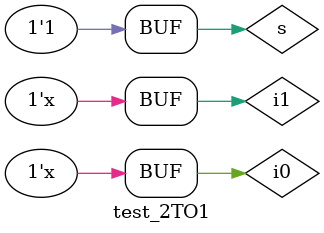
<source format=v>
module test_2TO1;
reg i0,i1,s;
wire y;

mux2 m(i0,i1,s,y);

initial begin
i0=0;
i1=0;
s=0;
#20 s=1;
end 

always #5 i0=~i0;
always #10 i1=~i1;

endmodule

</source>
